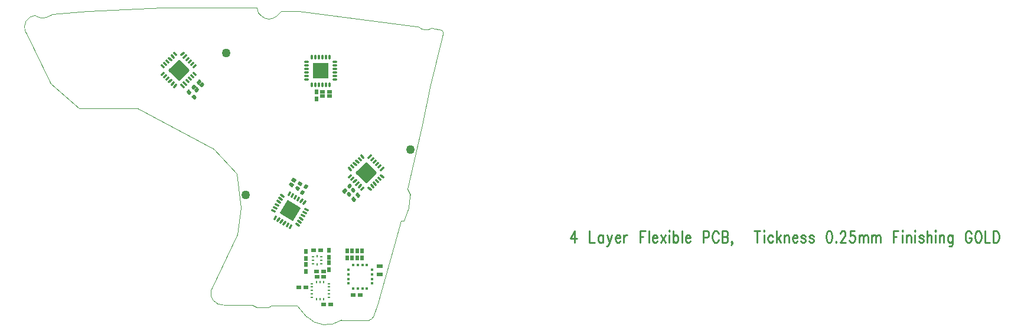
<source format=gbr>
*
*
G04 PADS 9.4.1 Build Number: 494907 generated Gerber (RS-274-X) file*
G04 PC Version=2.1*
*
%IN "MMSP_R_1.pcb"*%
*
%MOIN*%
*
%FSLAX35Y35*%
*
*
*
*
G04 PC Standard Apertures*
*
*
G04 Thermal Relief Aperture macro.*
%AMTER*
1,1,$1,0,0*
1,0,$1-$2,0,0*
21,0,$3,$4,0,0,45*
21,0,$3,$4,0,0,135*
%
*
*
G04 Annular Aperture macro.*
%AMANN*
1,1,$1,0,0*
1,0,$2,0,0*
%
*
*
G04 Odd Aperture macro.*
%AMODD*
1,1,$1,0,0*
1,0,$1-0.005,0,0*
%
*
*
G04 PC Custom Aperture Macros*
*
*
*
*
*
*
G04 PC Aperture Table*
*
%ADD010C,0.001*%
%ADD013C,0.01*%
%ADD017R,0.025X0.02*%
%ADD018R,0.02X0.025*%
%ADD019R,0.035X0.024*%
%ADD020C,0.05*%
%ADD021R,0.01378X0.00984*%
%ADD022R,0.00984X0.01378*%
%ADD023R,0.01575X0.01181*%
%ADD024R,0.01181X0.01575*%
%ADD025C,0.01181*%
%ADD026O,0.02756X0.01181*%
%ADD027O,0.01181X0.02756*%
%ADD028R,0.08661X0.08661*%
%ADD029R,0.01575X0.00984*%
%ADD030R,0.00984X0.01575*%
*
*
*
*
G04 PC Circuitry*
G04 Layer Name MMSP_R_1.pcb - circuitry*
%LPD*%
*
*
G04 PC Custom Flashes*
G04 Layer Name MMSP_R_1.pcb - flashes*
%LPD*%
*
*
G04 PC Circuitry*
G04 Layer Name MMSP_R_1.pcb - circuitry*
%LPD*%
*
G54D10*
G01X1084338Y879416D02*
G75*
G03X1091450Y870727I6795J-1694D01*
G01X1084337Y879411D02*
X1084469Y879661D01*
X1084449Y879640*
X1099338Y910590*
X1101338Y925590*
X1099000Y945000*
X1086000Y959000*
X1043000Y982000*
X1010098*
X994098Y996000*
X979772Y1024917*
X985282Y1034748D02*
G03X979774Y1024913I607J-6800D01*
G01X985288Y1034748D02*
X985335Y1034744D01*
X986024Y1034055*
X986021Y1034056D02*
G03X994094Y1034883I3373J6886D01*
G01X994091Y1034881D02*
X994565Y1035356D01*
X1015000Y1037000*
X1057000Y1039000*
X1110433*
G03X1113187Y1034052I5045J-433*
G01X1113191Y1034049D02*
G03X1121065I3937J4610D01*
G01X1121067Y1034051D02*
X1124016Y1037000D01*
X1134000*
X1200197Y1028298*
X1201353*
G03X1209173Y1027455I4431J4416*
G01X1209174D02*
X1209247Y1027530D01*
X1214758Y1026365*
X1215407Y1024033D02*
G03X1214757Y1026366I-2399J589D01*
G01X1215407Y1024032D02*
X1208068Y994095D01*
X1203663Y972687*
X1195353Y936537*
X1196877Y932972*
X1193429Y918301D02*
G03X1196877Y932946I-27976J14316D01*
G01X1193432Y918307D02*
X1191535D01*
X1188000Y905000*
X1178563Y871588*
X1175919Y863986*
X1173588Y862205D02*
G03X1175920Y863988I-330J2848D01*
G01X1173585Y862205D02*
X1158055D01*
X1138351Y864223D02*
G03X1158054Y862204I11040J10587D01*
G01X1138356Y864218D02*
X1132826Y870374D01*
X1118110*
X1116978Y869242*
X1110236*
X1107677Y870727*
X1091453*
G54D13*
X1131872Y941593D02*
X1130573Y942343D01*
X1130073Y941477*
X1131372Y940727*
X1131872Y941593*
X1131372Y940727D02*
X1131372D01*
X1130217Y941727D02*
X1131640D01*
X1131000Y940942D02*
Y942097D01*
X1135281Y939625D02*
X1133982Y940375D01*
X1133482Y939509*
X1134781Y938759*
X1135281Y939625*
X1134781Y938759D02*
X1134781D01*
X1133627Y939759D02*
X1135049D01*
X1134000Y939210D02*
Y940365D01*
X1135000Y939137D02*
Y939787D01*
X1159808Y936303D02*
X1158748Y935242D01*
X1159455Y934535*
X1160516Y935596*
X1159808Y936303*
X1159455Y934535D02*
X1159455D01*
X1159041Y935535D02*
X1160455D01*
X1159000Y934990D02*
Y935495D01*
X1160000Y935080D02*
Y936111D01*
X1162592Y939087D02*
X1161532Y938026D01*
X1162239Y937319*
X1163299Y938380*
X1162592Y939087*
X1162239Y937319D02*
X1162239D01*
X1161825Y938319D02*
X1163239D01*
X1162000Y937558D02*
Y938495D01*
X1163000Y938080D02*
Y938679D01*
X1166256Y933234D02*
X1167317Y932173D01*
X1168024Y932880*
X1166963Y933941*
X1166256Y933234*
X1167317Y932173D02*
X1167317D01*
X1166317Y933173D02*
X1167731D01*
X1167000Y932490D02*
Y933904D01*
X1168000Y932856D02*
Y932904D01*
X1163472Y936018D02*
X1164533Y934957D01*
X1165240Y935664*
X1164179Y936725*
X1163472Y936018*
X1164533Y934957D02*
X1164533D01*
X1163533Y935957D02*
X1164947D01*
X1164000Y935490D02*
Y936545D01*
X1165000Y935424D02*
Y935904D01*
X1073736Y988745D02*
X1074797Y987685D01*
X1075504Y988392*
X1074444Y989453*
X1073736Y988745*
X1074797Y987685D02*
X1074797D01*
X1073797Y988685D02*
X1075211D01*
X1074000Y988482D02*
Y989009D01*
X1075000Y987888D02*
Y988896D01*
X1070953Y991529D02*
X1072013Y990469D01*
X1072720Y991176*
X1071660Y992236*
X1070953Y991529*
X1072013Y990469D02*
X1072013D01*
X1071013Y991469D02*
X1072427D01*
X1071000Y991482D02*
Y991577D01*
X1072000Y990482D02*
Y991896D01*
X1077199Y996177D02*
X1078260Y997238D01*
X1077553Y997945*
X1076492Y996884*
X1077199Y996177*
X1077199*
X1076785Y997177D02*
X1078199D01*
X1077000Y996377D02*
Y997392D01*
X1078000Y996978D02*
Y997498D01*
X1074416Y993393D02*
X1075476Y994454D01*
X1074769Y995161*
X1073708Y994101*
X1074416Y993393*
X1074416*
X1074001Y994393D02*
X1075416D01*
X1074000Y993809D02*
Y994392D01*
X1075000Y993978D02*
Y994930D01*
X1137853Y937026D02*
X1138603Y938325D01*
X1137737Y938825*
X1136987Y937526*
X1137853Y937026*
X1137853*
X1137276Y938026D02*
X1138431D01*
X1137000Y937518D02*
Y937548D01*
X1138000Y937280D02*
Y938673D01*
X1135885Y933616D02*
X1136635Y934915D01*
X1135769Y935415*
X1135019Y934116*
X1135885Y933616*
X1135885*
X1135307Y934616D02*
X1136462D01*
X1136000Y933816D02*
Y935282D01*
X1130494Y939034D02*
X1129195Y939784D01*
X1128695Y938918*
X1129994Y938168*
X1130494Y939034*
X1129994Y938168D02*
X1129994D01*
X1128839Y939168D02*
X1130262D01*
X1129000Y938742D02*
Y939447D01*
X1130000Y938179D02*
Y939320D01*
X1133904Y937066D02*
X1132604Y937816D01*
X1132104Y936950*
X1133404Y936200*
X1133904Y937066*
X1133404Y936200D02*
X1133404D01*
X1132249Y937200D02*
X1133671D01*
X1133000Y936433D02*
Y937588D01*
X1163894Y930871D02*
X1164955Y929811D01*
X1165662Y930518*
X1164601Y931579*
X1163894Y930871*
X1164955Y929811D02*
X1164955D01*
X1163955Y930811D02*
X1165369D01*
X1164000Y930765D02*
Y930978D01*
X1165000Y929856D02*
Y931180D01*
X1161110Y933655D02*
X1162171Y932595D01*
X1162878Y933302*
X1161817Y934362*
X1161110Y933655*
X1162171Y932595D02*
X1162171D01*
X1161171Y933595D02*
X1162585D01*
X1162000Y932765D02*
Y934180D01*
X1078774Y994603D02*
X1079835Y995663D01*
X1079128Y996370*
X1078067Y995310*
X1078774Y994603*
X1078774*
X1078360Y995603D02*
X1079774D01*
X1079000Y994828D02*
Y996243D01*
X1075990Y991819D02*
X1077051Y992879D01*
X1076344Y993586*
X1075283Y992526*
X1075990Y991819*
X1075990*
X1075576Y992819D02*
X1076990D01*
X1076000Y991828D02*
Y993243D01*
X1077000Y992828D02*
Y992930D01*
X1123665Y922979D02*
X1130300Y919148D01*
X1134131Y925783*
X1127496Y929614*
X1123665Y922979*
X1130300Y919148D02*
X1130300D01*
X1128568Y920148D02*
X1130878D01*
X1126836Y921148D02*
X1131455D01*
X1125104Y922148D02*
X1132032D01*
X1123763Y923148D02*
X1132610D01*
X1124340Y924148D02*
X1133187D01*
X1124918Y925148D02*
X1133764D01*
X1125495Y926148D02*
X1133499D01*
X1126072Y927148D02*
X1131767D01*
X1126650Y928148D02*
X1130035D01*
X1127227Y929148D02*
X1128303D01*
X1124000Y922785D02*
Y923559D01*
X1125000Y922208D02*
Y925291D01*
X1126000Y921631D02*
Y927023D01*
X1127000Y921053D02*
Y928755D01*
X1128000Y920476D02*
Y929323D01*
X1129000Y919899D02*
Y928745D01*
X1130000Y919321D02*
Y928168D01*
X1131000Y920360D02*
Y927591D01*
X1132000Y922092D02*
Y927013D01*
X1133000Y923824D02*
Y926436D01*
X1134000Y925556D02*
Y925859D01*
X1177268Y945669D02*
X1171850Y951087D01*
X1166433Y945669*
X1171850Y940252*
X1177268Y945669*
X1171850Y940252D02*
X1171850D01*
X1170850Y941252D02*
X1172850D01*
X1169850Y942252D02*
X1173850D01*
X1168850Y943252D02*
X1174850D01*
X1167850Y944252D02*
X1175850D01*
X1166850Y945252D02*
X1176850D01*
X1167016Y946252D02*
X1176685D01*
X1168016Y947252D02*
X1175685D01*
X1169016Y948252D02*
X1174685D01*
X1170016Y949252D02*
X1173685D01*
X1171016Y950252D02*
X1172685D01*
X1167000Y945102D02*
Y946236D01*
X1168000Y944102D02*
Y947236D01*
X1169000Y943102D02*
Y948236D01*
X1170000Y942102D02*
Y949236D01*
X1171000Y941102D02*
Y950236D01*
X1172000Y940401D02*
Y950937D01*
X1173000Y941401D02*
Y949937D01*
X1174000Y942401D02*
Y948937D01*
X1175000Y943401D02*
Y947937D01*
X1176000Y944401D02*
Y946937D01*
X1177000Y945401D02*
Y945937D01*
X1066142Y1009158D02*
X1060724Y1003740D01*
X1066142Y998323*
X1071559Y1003740*
X1066142Y1009158*
Y998323D02*
X1066142D01*
X1065142Y999323D02*
X1067142D01*
X1064142Y1000323D02*
X1068142D01*
X1063142Y1001323D02*
X1069142D01*
X1062142Y1002323D02*
X1070142D01*
X1061142Y1003323D02*
X1071142D01*
X1061307Y1004323D02*
X1070977D01*
X1062307Y1005323D02*
X1069977D01*
X1063307Y1006323D02*
X1068977D01*
X1064307Y1007323D02*
X1067977D01*
X1065307Y1008323D02*
X1066977D01*
X1061000Y1003464D02*
Y1004016D01*
X1062000Y1002464D02*
Y1005016D01*
X1063000Y1001464D02*
Y1006016D01*
X1064000Y1000464D02*
Y1007016D01*
X1065000Y999464D02*
Y1008016D01*
X1066000Y998464D02*
Y1009016D01*
X1067000Y999181D02*
Y1008299D01*
X1068000Y1000181D02*
Y1007299D01*
X1069000Y1001181D02*
Y1006299D01*
X1070000Y1002181D02*
Y1005299D01*
X1071000Y1003181D02*
Y1004299D01*
X1289674Y912665D02*
X1287402Y908290D01*
X1290811*
X1289674Y912665D02*
Y906102D01*
X1298083Y912665D02*
Y906102D01*
X1300811*
X1305583Y910477D02*
Y906102D01*
Y909540D02*
X1305129Y910165D01*
X1304674Y910477*
X1303992*
X1303538Y910165*
X1303083Y909540*
X1302856Y908602*
Y907977*
X1303083Y907040*
X1303538Y906415*
X1303992Y906102*
X1304674*
X1305129Y906415*
X1305583Y907040*
X1307856Y910477D02*
X1309220Y906102D01*
X1310583Y910477D02*
X1309220Y906102D01*
X1308765Y904852*
X1308311Y904227*
X1307856Y903915*
X1307629*
X1312629Y908602D02*
X1315356D01*
Y909227*
X1315129Y909852*
X1314902Y910165*
X1314447Y910477*
X1313765*
X1313311Y910165*
X1312856Y909540*
X1312629Y908602*
Y907977*
X1312856Y907040*
X1313311Y906415*
X1313765Y906102*
X1314447*
X1314902Y906415*
X1315356Y907040*
X1317402Y910477D02*
Y906102D01*
Y908602D02*
X1317629Y909540D01*
X1318083Y910165*
X1318538Y910477*
X1319220*
X1326492Y912665D02*
Y906102D01*
Y912665D02*
X1329447D01*
X1326492Y909540D02*
X1328311D01*
X1331492Y912665D02*
Y906102D01*
X1333538Y908602D02*
X1336265D01*
Y909227*
X1336038Y909852*
X1335811Y910165*
X1335356Y910477*
X1334674*
X1334220Y910165*
X1333765Y909540*
X1333538Y908602*
Y907977*
X1333765Y907040*
X1334220Y906415*
X1334674Y906102*
X1335356*
X1335811Y906415*
X1336265Y907040*
X1338311Y910477D02*
X1340811Y906102D01*
Y910477D02*
X1338311Y906102D01*
X1342856Y912665D02*
X1343083Y912352D01*
X1343311Y912665*
X1343083Y912977*
X1342856Y912665*
X1343083Y910477D02*
Y906102D01*
X1345356Y912665D02*
Y906102D01*
Y909540D02*
X1345811Y910165D01*
X1346265Y910477*
X1346947*
X1347402Y910165*
X1347856Y909540*
X1348083Y908602*
Y907977*
X1347856Y907040*
X1347402Y906415*
X1346947Y906102*
X1346265*
X1345811Y906415*
X1345356Y907040*
X1350129Y912665D02*
Y906102D01*
X1352174Y908602D02*
X1354902D01*
Y909227*
X1354674Y909852*
X1354447Y910165*
X1353992Y910477*
X1353311*
X1352856Y910165*
X1352402Y909540*
X1352174Y908602*
Y907977*
X1352402Y907040*
X1352856Y906415*
X1353311Y906102*
X1353992*
X1354447Y906415*
X1354902Y907040*
X1362174Y912665D02*
Y906102D01*
Y912665D02*
X1364220D01*
X1364902Y912352*
X1365129Y912040*
X1365356Y911415*
Y910477*
X1365129Y909852*
X1364902Y909540*
X1364220Y909227*
X1362174*
X1370811Y911102D02*
X1370583Y911727D01*
X1370129Y912352*
X1369674Y912665*
X1368765*
X1368311Y912352*
X1367856Y911727*
X1367629Y911102*
X1367402Y910165*
Y908602*
X1367629Y907665*
X1367856Y907040*
X1368311Y906415*
X1368765Y906102*
X1369674*
X1370129Y906415*
X1370583Y907040*
X1370811Y907665*
X1372856Y912665D02*
Y906102D01*
Y912665D02*
X1374902D01*
X1375583Y912352*
X1375811Y912040*
X1376038Y911415*
Y910790*
X1375811Y910165*
X1375583Y909852*
X1374902Y909540*
X1372856D02*
X1374902D01*
X1375583Y909227*
X1375811Y908915*
X1376038Y908290*
Y907352*
X1375811Y906727*
X1375583Y906415*
X1374902Y906102*
X1372856*
X1378538Y906415D02*
X1378311Y906102D01*
X1378083Y906415*
X1378311Y906727*
X1378538Y906415*
Y905790*
X1378311Y905165*
X1378083Y904852*
X1392629Y912665D02*
Y906102D01*
X1391038Y912665D02*
X1394220D01*
X1396265D02*
X1396492Y912352D01*
X1396720Y912665*
X1396492Y912977*
X1396265Y912665*
X1396492Y910477D02*
Y906102D01*
X1401492Y909540D02*
X1401038Y910165D01*
X1400583Y910477*
X1399902*
X1399447Y910165*
X1398992Y909540*
X1398765Y908602*
Y907977*
X1398992Y907040*
X1399447Y906415*
X1399902Y906102*
X1400583*
X1401038Y906415*
X1401492Y907040*
X1403538Y912665D02*
Y906102D01*
X1405811Y910477D02*
X1403538Y907352D01*
X1404447Y908602D02*
X1406038Y906102D01*
X1408083Y910477D02*
Y906102D01*
Y909227D02*
X1408765Y910165D01*
X1409220Y910477*
X1409902*
X1410356Y910165*
X1410583Y909227*
Y906102*
X1412629Y908602D02*
X1415356D01*
Y909227*
X1415129Y909852*
X1414902Y910165*
X1414447Y910477*
X1413765*
X1413311Y910165*
X1412856Y909540*
X1412629Y908602*
Y907977*
X1412856Y907040*
X1413311Y906415*
X1413765Y906102*
X1414447*
X1414902Y906415*
X1415356Y907040*
X1419902Y909540D02*
X1419674Y910165D01*
X1418992Y910477*
X1418311*
X1417629Y910165*
X1417402Y909540*
X1417629Y908915*
X1418083Y908602*
X1419220Y908290*
X1419674Y907977*
X1419902Y907352*
Y907040*
X1419674Y906415*
X1418992Y906102*
X1418311*
X1417629Y906415*
X1417402Y907040*
X1424447Y909540D02*
X1424220Y910165D01*
X1423538Y910477*
X1422856*
X1422174Y910165*
X1421947Y909540*
X1422174Y908915*
X1422629Y908602*
X1423765Y908290*
X1424220Y907977*
X1424447Y907352*
Y907040*
X1424220Y906415*
X1423538Y906102*
X1422856*
X1422174Y906415*
X1421947Y907040*
X1433083Y912665D02*
X1432402Y912352D01*
X1431947Y911415*
X1431720Y909852*
Y908915*
X1431947Y907352*
X1432402Y906415*
X1433083Y906102*
X1433538*
X1434220Y906415*
X1434674Y907352*
X1434902Y908915*
Y909852*
X1434674Y911415*
X1434220Y912352*
X1433538Y912665*
X1433083*
X1437174Y906727D02*
X1436947Y906415D01*
X1437174Y906102*
X1437402Y906415*
X1437174Y906727*
X1439674Y911102D02*
Y911415D01*
X1439902Y912040*
X1440129Y912352*
X1440583Y912665*
X1441492*
X1441947Y912352*
X1442174Y912040*
X1442402Y911415*
Y910790*
X1442174Y910165*
X1441720Y909227*
X1439447Y906102*
X1442629*
X1447629Y912665D02*
X1445356D01*
X1445129Y909852*
X1445356Y910165*
X1446038Y910477*
X1446720*
X1447402Y910165*
X1447856Y909540*
X1448083Y908602*
X1447856Y907977*
X1447629Y907040*
X1447174Y906415*
X1446492Y906102*
X1445811*
X1445129Y906415*
X1444902Y906727*
X1444674Y907352*
X1450129Y910477D02*
Y906102D01*
Y909227D02*
X1450811Y910165D01*
X1451265Y910477*
X1451947*
X1452402Y910165*
X1452629Y909227*
Y906102*
Y909227D02*
X1453311Y910165D01*
X1453765Y910477*
X1454447*
X1454902Y910165*
X1455129Y909227*
Y906102*
X1457174Y910477D02*
Y906102D01*
Y909227D02*
X1457856Y910165D01*
X1458311Y910477*
X1458992*
X1459447Y910165*
X1459674Y909227*
Y906102*
Y909227D02*
X1460356Y910165D01*
X1460811Y910477*
X1461492*
X1461947Y910165*
X1462174Y909227*
Y906102*
X1469447Y912665D02*
Y906102D01*
Y912665D02*
X1472402D01*
X1469447Y909540D02*
X1471265D01*
X1474447Y912665D02*
X1474674Y912352D01*
X1474902Y912665*
X1474674Y912977*
X1474447Y912665*
X1474674Y910477D02*
Y906102D01*
X1476947Y910477D02*
Y906102D01*
Y909227D02*
X1477629Y910165D01*
X1478083Y910477*
X1478765*
X1479220Y910165*
X1479447Y909227*
Y906102*
X1481492Y912665D02*
X1481720Y912352D01*
X1481947Y912665*
X1481720Y912977*
X1481492Y912665*
X1481720Y910477D02*
Y906102D01*
X1486492Y909540D02*
X1486265Y910165D01*
X1485583Y910477*
X1484902*
X1484220Y910165*
X1483992Y909540*
X1484220Y908915*
X1484674Y908602*
X1485811Y908290*
X1486265Y907977*
X1486492Y907352*
Y907040*
X1486265Y906415*
X1485583Y906102*
X1484902*
X1484220Y906415*
X1483992Y907040*
X1488538Y912665D02*
Y906102D01*
Y909227D02*
X1489220Y910165D01*
X1489674Y910477*
X1490356*
X1490811Y910165*
X1491038Y909227*
Y906102*
X1493083Y912665D02*
X1493311Y912352D01*
X1493538Y912665*
X1493311Y912977*
X1493083Y912665*
X1493311Y910477D02*
Y906102D01*
X1495583Y910477D02*
Y906102D01*
Y909227D02*
X1496265Y910165D01*
X1496720Y910477*
X1497402*
X1497856Y910165*
X1498083Y909227*
Y906102*
X1502856Y910477D02*
Y905477D01*
X1502629Y904540*
X1502402Y904227*
X1501947Y903915*
X1501265*
X1500811Y904227*
X1502856Y909540D02*
X1502402Y910165D01*
X1501947Y910477*
X1501265*
X1500811Y910165*
X1500356Y909540*
X1500129Y908602*
Y907977*
X1500356Y907040*
X1500811Y906415*
X1501265Y906102*
X1501947*
X1502402Y906415*
X1502856Y907040*
X1513538Y911102D02*
X1513311Y911727D01*
X1512856Y912352*
X1512402Y912665*
X1511492*
X1511038Y912352*
X1510583Y911727*
X1510356Y911102*
X1510129Y910165*
Y908602*
X1510356Y907665*
X1510583Y907040*
X1511038Y906415*
X1511492Y906102*
X1512402*
X1512856Y906415*
X1513311Y907040*
X1513538Y907665*
Y908602*
X1512402D02*
X1513538D01*
X1516947Y912665D02*
X1516492Y912352D01*
X1516038Y911727*
X1515811Y911102*
X1515583Y910165*
Y908602*
X1515811Y907665*
X1516038Y907040*
X1516492Y906415*
X1516947Y906102*
X1517856*
X1518311Y906415*
X1518765Y907040*
X1518992Y907665*
X1519220Y908602*
Y910165*
X1518992Y911102*
X1518765Y911727*
X1518311Y912352*
X1517856Y912665*
X1516947*
X1521265D02*
Y906102D01*
X1523992*
X1526038Y912665D02*
Y906102D01*
Y912665D02*
X1527629D01*
X1528311Y912352*
X1528765Y911727*
X1528992Y911102*
X1529220Y910165*
Y908602*
X1528992Y907665*
X1528765Y907040*
X1528311Y906415*
X1527629Y906102*
X1526038*
G54D17*
X1144135Y886576D03*
X1148072D03*
X1164764Y876378D03*
X1168701D03*
X1151181Y991535D03*
X1147244D03*
X1151181Y989173D03*
X1147244D03*
X1148072Y871025D03*
X1152009D03*
X1148031Y889567D03*
X1144094D03*
X1134075Y880867D03*
X1138012D03*
X1142323Y901772D03*
X1146260D03*
G54D18*
X1163976Y897441D03*
Y901378D03*
X1166929Y897441D03*
Y901378D03*
X1143898Y987402D03*
Y991339D03*
X1161220Y897441D03*
Y901378D03*
X1151004Y901819D03*
Y897882D03*
X1151006Y890671D03*
Y894608D03*
X1169685Y897441D03*
Y901378D03*
X1138011Y897162D03*
Y901099D03*
Y893578D03*
Y889641D03*
G54D19*
X1179724Y892754D03*
Y887954D03*
G54D20*
X1104012Y933001D03*
X1196850Y958661D03*
X1092822Y1013458D03*
G54D21*
X1141240Y882874D03*
Y880906D03*
Y878937D03*
Y876969D03*
Y875000D03*
X1150886D03*
Y876969D03*
Y878937D03*
Y880906D03*
Y882874D03*
G54D22*
X1144094Y874114D03*
X1146063D03*
X1148031D03*
Y883760D03*
X1146063D03*
X1144094D03*
G54D23*
X1161843Y890579D03*
Y888020D03*
Y885461D03*
Y882902D03*
X1175228D03*
Y885461D03*
Y888020D03*
Y890579D03*
G54D24*
X1164697Y880047D03*
X1167256D03*
X1169815D03*
X1172374D03*
Y893433D03*
X1169815D03*
X1167256D03*
X1164697D03*
G54D25*
X1133938Y915788D02*
X1132575Y916576D01*
X1134923Y917493D02*
X1133559Y918280D01*
X1135907Y919198D02*
X1134543Y919985D01*
X1136891Y920903D02*
X1135527Y921690D01*
X1137875Y922607D02*
X1136512Y923395D01*
X1138860Y924312D02*
X1137496Y925099D01*
X1137491Y929421D02*
X1136703Y928057D01*
X1135786Y930405D02*
X1134999Y929042D01*
X1134081Y931390D02*
X1133294Y930026D01*
X1132376Y932374D02*
X1131589Y931010D01*
X1130672Y933358D02*
X1129884Y931994D01*
X1128967Y934343D02*
X1128179Y932979D01*
X1125222Y932186D02*
X1123858Y932974D01*
X1124237Y930481D02*
X1122873Y931269D01*
X1123253Y928777D02*
X1121889Y929564D01*
X1122269Y927072D02*
X1120905Y927859D01*
X1121285Y925367D02*
X1119921Y926154D01*
X1120300Y923662D02*
X1118936Y924450D01*
X1121093Y920704D02*
X1120305Y919340D01*
X1122798Y919720D02*
X1122010Y918356D01*
X1124502Y918736D02*
X1123715Y917372D01*
X1126207Y917752D02*
X1125420Y916388D01*
X1127912Y916767D02*
X1127125Y915403D01*
X1129617Y915783D02*
X1128829Y914419D01*
X1169206Y955274D02*
X1170319Y954160D01*
X1167814Y953882D02*
X1168927Y952768D01*
X1166422Y952490D02*
X1167535Y951376D01*
X1165030Y951098D02*
X1166143Y949984D01*
X1163638Y949706D02*
X1164751Y948592D01*
X1162246Y948314D02*
X1163360Y947200D01*
X1162246Y943025D02*
X1163360Y944138D01*
X1163638Y941633D02*
X1164751Y942746D01*
X1165030Y940241D02*
X1166143Y941354D01*
X1166422Y938849D02*
X1167535Y939962D01*
X1167814Y937457D02*
X1168927Y938570D01*
X1169206Y936065D02*
X1170319Y937178D01*
X1173382D02*
X1174495Y936065D01*
X1174773Y938570D02*
X1175887Y937457D01*
X1176165Y939962D02*
X1177279Y938849D01*
X1177557Y941354D02*
X1178671Y940241D01*
X1178949Y942746D02*
X1180063Y941633D01*
X1180341Y944138D02*
X1181455Y943025D01*
X1180341Y947200D02*
X1181455Y948314D01*
X1178949Y948592D02*
X1180063Y949706D01*
X1177557Y949984D02*
X1178671Y951098D01*
X1176165Y951376D02*
X1177279Y952490D01*
X1174773Y952768D02*
X1175887Y953882D01*
X1173382Y954160D02*
X1174495Y955274D01*
X1056537Y1001095D02*
X1057651Y1002209D01*
X1057929Y999704D02*
X1059043Y1000817D01*
X1059321Y998312D02*
X1060435Y999425D01*
X1060713Y996920D02*
X1061827Y998033D01*
X1062105Y995528D02*
X1063219Y996641D01*
X1063497Y994136D02*
X1064611Y995249D01*
X1068786Y994136D02*
X1067673Y995249D01*
X1070178Y995528D02*
X1069065Y996641D01*
X1071570Y996920D02*
X1070457Y998033D01*
X1072962Y998312D02*
X1071849Y999425D01*
X1074354Y999704D02*
X1073241Y1000817D01*
X1075746Y1001095D02*
X1074633Y1002209D01*
Y1005271D02*
X1075746Y1006385D01*
X1073241Y1006663D02*
X1074354Y1007777D01*
X1071849Y1008055D02*
X1072962Y1009169D01*
X1070457Y1009447D02*
X1071570Y1010561D01*
X1069065Y1010839D02*
X1070178Y1011953D01*
X1067673Y1012231D02*
X1068786Y1013345D01*
X1064611Y1012231D02*
X1063497Y1013345D01*
X1063219Y1010839D02*
X1062105Y1011953D01*
X1061827Y1009447D02*
X1060713Y1010561D01*
X1060435Y1008055D02*
X1059321Y1009169D01*
X1059043Y1006663D02*
X1057929Y1007777D01*
X1057651Y1005271D02*
X1056537Y1006385D01*
G54D26*
X1138386Y1008268D03*
Y1006299D03*
Y1004331D03*
Y1002362D03*
Y1000394D03*
Y998425D03*
X1154134D03*
Y1000394D03*
Y1002362D03*
Y1004331D03*
Y1006299D03*
Y1008268D03*
G54D27*
X1141339Y995472D03*
X1143307D03*
X1145276D03*
X1147244D03*
X1149213D03*
X1151181D03*
Y1011220D03*
X1149213D03*
X1147244D03*
X1145276D03*
X1143307D03*
X1141339D03*
G54D28*
X1146260Y1003346D03*
G54D29*
X1141791Y898115D03*
Y896147D03*
Y894178D03*
X1146594D03*
Y896147D03*
Y898115D03*
G54D30*
X1144192Y893883D03*
Y898411D03*
G74*
X0Y0D02*
M02*

</source>
